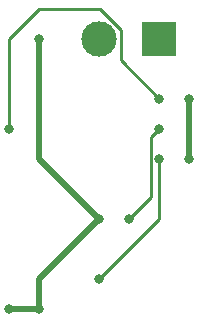
<source format=gbr>
%TF.GenerationSoftware,KiCad,Pcbnew,(6.0.10-0)*%
%TF.CreationDate,2023-02-17T15:47:28-08:00*%
%TF.ProjectId,problem2,70726f62-6c65-46d3-922e-6b696361645f,rev?*%
%TF.SameCoordinates,Original*%
%TF.FileFunction,Copper,L2,Bot*%
%TF.FilePolarity,Positive*%
%FSLAX46Y46*%
G04 Gerber Fmt 4.6, Leading zero omitted, Abs format (unit mm)*
G04 Created by KiCad (PCBNEW (6.0.10-0)) date 2023-02-17 15:47:28*
%MOMM*%
%LPD*%
G01*
G04 APERTURE LIST*
%TA.AperFunction,ComponentPad*%
%ADD10R,3.000000X3.000000*%
%TD*%
%TA.AperFunction,ComponentPad*%
%ADD11C,3.000000*%
%TD*%
%TA.AperFunction,ViaPad*%
%ADD12C,0.800000*%
%TD*%
%TA.AperFunction,Conductor*%
%ADD13C,0.508000*%
%TD*%
%TA.AperFunction,Conductor*%
%ADD14C,0.250000*%
%TD*%
G04 APERTURE END LIST*
D10*
%TO.P,J1,1,Pin_1*%
%TO.N,+9V*%
X127000000Y-66040000D03*
D11*
%TO.P,J1,2,Pin_2*%
%TO.N,GND*%
X121920000Y-66040000D03*
%TD*%
D12*
%TO.N,+9V*%
X129540000Y-76200000D03*
X129540000Y-71120000D03*
%TO.N,/pin_2*%
X124460000Y-81280000D03*
X127000000Y-73660000D03*
%TO.N,GND*%
X116840000Y-88900000D03*
X121920000Y-81280000D03*
X116840000Y-66040000D03*
X114300000Y-88900000D03*
%TO.N,Net-(C2-Pad1)*%
X121920000Y-86360000D03*
X127000000Y-76200000D03*
%TO.N,/pin_7*%
X114300000Y-73660000D03*
X127000000Y-71120000D03*
%TD*%
D13*
%TO.N,+9V*%
X129540000Y-71120000D02*
X129540000Y-76200000D01*
D14*
%TO.N,/pin_2*%
X126275000Y-79465000D02*
X124460000Y-81280000D01*
X126275000Y-74385000D02*
X126275000Y-79465000D01*
X127000000Y-73660000D02*
X126275000Y-74385000D01*
D13*
%TO.N,GND*%
X116840000Y-86360000D02*
X121920000Y-81280000D01*
X116840000Y-88900000D02*
X116840000Y-86360000D01*
X114300000Y-88900000D02*
X116840000Y-88900000D01*
X116840000Y-66040000D02*
X116840000Y-76200000D01*
X116840000Y-76200000D02*
X121920000Y-81280000D01*
D14*
%TO.N,Net-(C2-Pad1)*%
X121920000Y-86360000D02*
X127000000Y-81280000D01*
X127000000Y-81280000D02*
X127000000Y-76200000D01*
%TO.N,/pin_7*%
X127000000Y-71120000D02*
X123745000Y-67865000D01*
X123745000Y-67865000D02*
X123745000Y-65284060D01*
X114300000Y-66040000D02*
X114300000Y-73660000D01*
X116840000Y-63500000D02*
X114300000Y-66040000D01*
X123745000Y-65284060D02*
X121960940Y-63500000D01*
X121960940Y-63500000D02*
X116840000Y-63500000D01*
%TD*%
M02*

</source>
